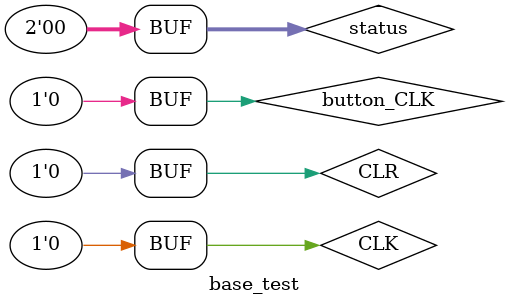
<source format=v>
`timescale 1ns / 1ps


module base_test(

    );
    
     reg CLK;
     reg CLR;
     reg button_CLK;
    
     reg [1:0]status;
     
     wire [11:0]display_out;
     initial begin
     CLK=0;
     CLR=0;
     button_CLK=0;
     
     #50;
     CLR=1;
     CLK=1;
     status=2'b00;
     #50;
     CLR=0;
     CLK=0;
     #50;
     CLK=1;
     button_CLK=1;
     #50;
     CLK=0;
     button_CLK=0;
     #50;
     CLK=1;
     button_CLK=1;
     #50;
     CLK=0;
     button_CLK=0;
     #50;
     CLK=1;
     button_CLK=1;
     #50;
     CLK=0;
     button_CLK=0;
     #50;
     CLK=1;
     button_CLK=1;
     #50;
     CLK=0;
     button_CLK=0;
     #50;
     CLK=1;
     button_CLK=1;
     #50;
     CLK=0;
     button_CLK=0;
     #50;
     CLK=1;
     button_CLK=1;
     #50;
     CLK=0;
     button_CLK=0;
     #50;
     CLK=1;
     button_CLK=1;
     #50;
     CLK=0;
     button_CLK=0;
     #50;
     CLK=1;
     button_CLK=1;
     #50;
     CLK=0;
     button_CLK=0;
     #50;
     CLK=1;
     button_CLK=1;
     #50;
     CLK=0;
     button_CLK=0;
     #50;
     CLK=1;
     button_CLK=1;
     #50;
     CLK=0;
     button_CLK=0;
     #50;
     CLK=1;
     button_CLK=1;
     #50;
     CLK=0;
     button_CLK=0;
     #50;
     CLK=1;
     button_CLK=1;
     #50;
     CLK=0;
     button_CLK=0;
     #50;
     CLK=1;
     button_CLK=1;
     #50;
     CLK=0;
     button_CLK=0;
     #50;
     CLK=1;
     button_CLK=1;
     #50;
     CLK=0;
     button_CLK=0;
     #50;
     CLK=1;
     button_CLK=1;
     #50;
     CLK=0;
     button_CLK=0;
     end
      
     base_top base(
        .CLK(CLK),
        .CLR(CLR),
        .button_CLK(button_CLK),
        .SW(status),
        .display_out(display_out)
//        .dis_addr(dis_addr)
        
     
     );
endmodule

</source>
